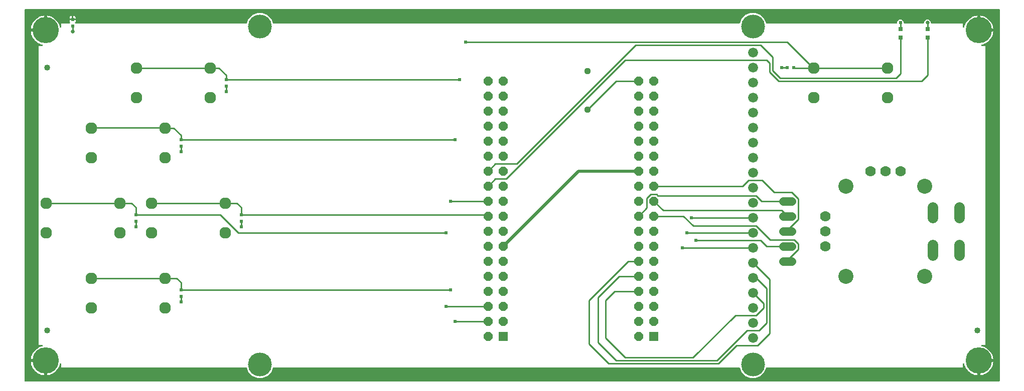
<source format=gbr>
G04 EAGLE Gerber RS-274X export*
G75*
%MOMM*%
%FSLAX34Y34*%
%LPD*%
%INTop Copper*%
%IPPOS*%
%AMOC8*
5,1,8,0,0,1.08239X$1,22.5*%
G01*
%ADD10R,0.508000X0.609600*%
%ADD11R,0.800000X0.800000*%
%ADD12C,1.016000*%
%ADD13C,4.445000*%
%ADD14R,0.609600X0.508000*%
%ADD15C,1.960000*%
%ADD16C,1.120000*%
%ADD17R,1.524000X1.524000*%
%ADD18P,1.649562X8X112.500000*%
%ADD19C,1.676400*%
%ADD20C,4.016000*%
%ADD21C,1.422400*%
%ADD22C,1.778000*%
%ADD23C,1.778000*%
%ADD24C,2.540000*%
%ADD25C,0.508000*%
%ADD26C,0.254000*%
%ADD27C,0.609600*%
%ADD28C,0.654800*%

G36*
X1648444Y631308D02*
X1648444Y631308D01*
X1648437Y631427D01*
X1648424Y631465D01*
X1648419Y631506D01*
X1648376Y631616D01*
X1648339Y631729D01*
X1648317Y631764D01*
X1648302Y631801D01*
X1648233Y631897D01*
X1648169Y631998D01*
X1648139Y632026D01*
X1648116Y632059D01*
X1648024Y632135D01*
X1647937Y632216D01*
X1647902Y632236D01*
X1647871Y632261D01*
X1647763Y632312D01*
X1647659Y632370D01*
X1647619Y632380D01*
X1647583Y632397D01*
X1647466Y632419D01*
X1647351Y632449D01*
X1647291Y632453D01*
X1647271Y632457D01*
X1647250Y632455D01*
X1647190Y632459D01*
X3810Y632459D01*
X3692Y632444D01*
X3573Y632437D01*
X3535Y632424D01*
X3494Y632419D01*
X3384Y632376D01*
X3271Y632339D01*
X3236Y632317D01*
X3199Y632302D01*
X3103Y632233D01*
X3002Y632169D01*
X2974Y632139D01*
X2941Y632116D01*
X2865Y632024D01*
X2784Y631937D01*
X2764Y631902D01*
X2739Y631871D01*
X2688Y631763D01*
X2630Y631659D01*
X2620Y631619D01*
X2603Y631583D01*
X2581Y631466D01*
X2551Y631351D01*
X2547Y631291D01*
X2543Y631271D01*
X2545Y631250D01*
X2541Y631190D01*
X2541Y3810D01*
X2556Y3692D01*
X2563Y3573D01*
X2576Y3535D01*
X2581Y3494D01*
X2624Y3384D01*
X2661Y3271D01*
X2683Y3236D01*
X2698Y3199D01*
X2767Y3103D01*
X2831Y3002D01*
X2861Y2974D01*
X2884Y2941D01*
X2976Y2865D01*
X3063Y2784D01*
X3098Y2764D01*
X3129Y2739D01*
X3237Y2688D01*
X3341Y2630D01*
X3381Y2620D01*
X3417Y2603D01*
X3534Y2581D01*
X3649Y2551D01*
X3709Y2547D01*
X3729Y2543D01*
X3750Y2545D01*
X3810Y2541D01*
X1647190Y2541D01*
X1647308Y2556D01*
X1647427Y2563D01*
X1647465Y2576D01*
X1647506Y2581D01*
X1647616Y2624D01*
X1647729Y2661D01*
X1647764Y2683D01*
X1647801Y2698D01*
X1647897Y2767D01*
X1647998Y2831D01*
X1648026Y2861D01*
X1648059Y2884D01*
X1648135Y2976D01*
X1648216Y3063D01*
X1648236Y3098D01*
X1648261Y3129D01*
X1648312Y3237D01*
X1648370Y3341D01*
X1648380Y3381D01*
X1648397Y3417D01*
X1648419Y3534D01*
X1648449Y3649D01*
X1648453Y3709D01*
X1648457Y3729D01*
X1648455Y3750D01*
X1648459Y3810D01*
X1648459Y631190D01*
X1648444Y631308D01*
G37*
%LPC*%
G36*
X32385Y570231D02*
X32385Y570231D01*
X32402Y570233D01*
X32419Y570231D01*
X32559Y570253D01*
X32700Y570271D01*
X32716Y570277D01*
X32733Y570280D01*
X32864Y570335D01*
X32996Y570388D01*
X33010Y570398D01*
X33025Y570404D01*
X33138Y570491D01*
X33253Y570574D01*
X33264Y570588D01*
X33278Y570598D01*
X33365Y570710D01*
X33456Y570819D01*
X33463Y570835D01*
X33474Y570848D01*
X33531Y570979D01*
X33591Y571107D01*
X33595Y571124D01*
X33602Y571140D01*
X33625Y571280D01*
X33651Y571420D01*
X33650Y571437D01*
X33653Y571454D01*
X33640Y571595D01*
X33631Y571737D01*
X33626Y571753D01*
X33625Y571770D01*
X33577Y571904D01*
X33533Y572039D01*
X33524Y572054D01*
X33519Y572070D01*
X33439Y572188D01*
X33363Y572308D01*
X33351Y572320D01*
X33341Y572334D01*
X33235Y572429D01*
X33132Y572526D01*
X33117Y572534D01*
X33104Y572546D01*
X32978Y572611D01*
X32853Y572680D01*
X32837Y572684D01*
X32821Y572692D01*
X32667Y572737D01*
X31233Y573065D01*
X28608Y573983D01*
X26101Y575190D01*
X23746Y576670D01*
X21571Y578405D01*
X19605Y580371D01*
X17870Y582546D01*
X16390Y584901D01*
X15183Y587408D01*
X14265Y590033D01*
X13646Y592745D01*
X13464Y594361D01*
X36830Y594361D01*
X36948Y594376D01*
X37067Y594383D01*
X37105Y594396D01*
X37145Y594401D01*
X37256Y594444D01*
X37369Y594481D01*
X37403Y594503D01*
X37441Y594518D01*
X37537Y594588D01*
X37638Y594651D01*
X37666Y594681D01*
X37698Y594704D01*
X37774Y594796D01*
X37856Y594883D01*
X37875Y594918D01*
X37901Y594949D01*
X37952Y595057D01*
X38009Y595161D01*
X38020Y595201D01*
X38037Y595237D01*
X38059Y595354D01*
X38089Y595469D01*
X38093Y595530D01*
X38097Y595550D01*
X38095Y595570D01*
X38099Y595630D01*
X38099Y596901D01*
X39370Y596901D01*
X39488Y596916D01*
X39607Y596923D01*
X39645Y596936D01*
X39685Y596941D01*
X39796Y596985D01*
X39909Y597021D01*
X39944Y597043D01*
X39981Y597058D01*
X40077Y597128D01*
X40178Y597191D01*
X40206Y597221D01*
X40239Y597245D01*
X40314Y597336D01*
X40396Y597423D01*
X40416Y597458D01*
X40441Y597490D01*
X40492Y597597D01*
X40550Y597702D01*
X40560Y597741D01*
X40577Y597777D01*
X40599Y597894D01*
X40629Y598009D01*
X40633Y598070D01*
X40637Y598090D01*
X40635Y598110D01*
X40639Y598170D01*
X40639Y621536D01*
X42255Y621354D01*
X44967Y620735D01*
X47592Y619817D01*
X50099Y618610D01*
X52454Y617130D01*
X54629Y615395D01*
X56595Y613429D01*
X58330Y611254D01*
X59810Y608899D01*
X61017Y606392D01*
X61935Y603767D01*
X62263Y602333D01*
X62268Y602317D01*
X62271Y602300D01*
X62323Y602168D01*
X62372Y602034D01*
X62381Y602020D01*
X62388Y602004D01*
X62471Y601889D01*
X62552Y601772D01*
X62564Y601761D01*
X62574Y601747D01*
X62684Y601656D01*
X62791Y601563D01*
X62806Y601555D01*
X62819Y601544D01*
X62948Y601484D01*
X63075Y601420D01*
X63092Y601416D01*
X63107Y601409D01*
X63246Y601382D01*
X63386Y601351D01*
X63403Y601352D01*
X63420Y601349D01*
X63561Y601358D01*
X63703Y601363D01*
X63720Y601367D01*
X63737Y601369D01*
X63872Y601412D01*
X64008Y601452D01*
X64023Y601461D01*
X64039Y601467D01*
X64159Y601542D01*
X64282Y601615D01*
X64294Y601628D01*
X64308Y601637D01*
X64406Y601740D01*
X64506Y601841D01*
X64514Y601856D01*
X64526Y601868D01*
X64594Y601992D01*
X64667Y602115D01*
X64671Y602132D01*
X64680Y602147D01*
X64715Y602284D01*
X64754Y602421D01*
X64755Y602438D01*
X64759Y602455D01*
X64769Y602615D01*
X64769Y608331D01*
X78432Y608331D01*
X78570Y608348D01*
X78708Y608361D01*
X78727Y608368D01*
X78747Y608371D01*
X78877Y608422D01*
X79008Y608469D01*
X79024Y608480D01*
X79043Y608488D01*
X79156Y608569D01*
X79271Y608647D01*
X79284Y608663D01*
X79300Y608674D01*
X79389Y608782D01*
X79481Y608886D01*
X79490Y608904D01*
X79503Y608919D01*
X79562Y609045D01*
X79626Y609169D01*
X79630Y609189D01*
X79639Y609207D01*
X79665Y609344D01*
X79695Y609479D01*
X79695Y609500D01*
X79699Y609520D01*
X79690Y609658D01*
X79686Y609797D01*
X79680Y609817D01*
X79679Y609837D01*
X79636Y609969D01*
X79597Y610103D01*
X79587Y610120D01*
X79581Y610139D01*
X79507Y610257D01*
X79436Y610377D01*
X79417Y610398D01*
X79411Y610408D01*
X79396Y610422D01*
X79329Y610498D01*
X79247Y610580D01*
X78912Y611159D01*
X78739Y611806D01*
X78739Y613919D01*
X83820Y613919D01*
X88901Y613919D01*
X88901Y611806D01*
X88728Y611159D01*
X88393Y610580D01*
X88311Y610498D01*
X88225Y610388D01*
X88137Y610281D01*
X88128Y610262D01*
X88116Y610246D01*
X88060Y610118D01*
X88001Y609993D01*
X87997Y609973D01*
X87989Y609954D01*
X87968Y609817D01*
X87941Y609681D01*
X87943Y609660D01*
X87940Y609640D01*
X87953Y609502D01*
X87961Y609363D01*
X87967Y609344D01*
X87969Y609324D01*
X88016Y609193D01*
X88059Y609061D01*
X88070Y609043D01*
X88077Y609024D01*
X88155Y608910D01*
X88229Y608792D01*
X88244Y608778D01*
X88255Y608761D01*
X88360Y608669D01*
X88461Y608574D01*
X88479Y608564D01*
X88494Y608551D01*
X88618Y608488D01*
X88739Y608420D01*
X88759Y608415D01*
X88777Y608406D01*
X88913Y608376D01*
X89047Y608341D01*
X89075Y608339D01*
X89087Y608337D01*
X89108Y608337D01*
X89208Y608331D01*
X376822Y608331D01*
X376851Y608334D01*
X376881Y608332D01*
X377009Y608354D01*
X377137Y608371D01*
X377165Y608381D01*
X377194Y608387D01*
X377313Y608440D01*
X377433Y608488D01*
X377457Y608505D01*
X377484Y608517D01*
X377585Y608598D01*
X377690Y608674D01*
X377709Y608697D01*
X377732Y608716D01*
X377810Y608819D01*
X377893Y608919D01*
X377906Y608946D01*
X377924Y608970D01*
X377995Y609114D01*
X380873Y616064D01*
X387236Y622427D01*
X395550Y625871D01*
X404550Y625871D01*
X412864Y622427D01*
X419227Y616064D01*
X422105Y609114D01*
X422120Y609089D01*
X422129Y609061D01*
X422199Y608951D01*
X422263Y608838D01*
X422284Y608817D01*
X422299Y608792D01*
X422394Y608703D01*
X422484Y608610D01*
X422509Y608594D01*
X422531Y608574D01*
X422645Y608511D01*
X422755Y608443D01*
X422784Y608435D01*
X422809Y608420D01*
X422935Y608388D01*
X423059Y608350D01*
X423089Y608348D01*
X423117Y608341D01*
X423278Y608331D01*
X1208672Y608331D01*
X1208701Y608334D01*
X1208731Y608332D01*
X1208859Y608354D01*
X1208987Y608371D01*
X1209015Y608381D01*
X1209044Y608387D01*
X1209163Y608440D01*
X1209283Y608488D01*
X1209307Y608505D01*
X1209334Y608517D01*
X1209435Y608598D01*
X1209540Y608674D01*
X1209559Y608697D01*
X1209582Y608716D01*
X1209660Y608819D01*
X1209743Y608919D01*
X1209756Y608946D01*
X1209774Y608970D01*
X1209845Y609114D01*
X1212723Y616064D01*
X1219086Y622427D01*
X1227400Y625871D01*
X1236400Y625871D01*
X1244714Y622427D01*
X1251077Y616064D01*
X1253955Y609114D01*
X1253970Y609089D01*
X1253979Y609061D01*
X1254049Y608951D01*
X1254113Y608838D01*
X1254134Y608817D01*
X1254149Y608792D01*
X1254244Y608703D01*
X1254334Y608610D01*
X1254359Y608594D01*
X1254381Y608574D01*
X1254495Y608511D01*
X1254605Y608443D01*
X1254634Y608435D01*
X1254659Y608420D01*
X1254785Y608388D01*
X1254909Y608350D01*
X1254939Y608348D01*
X1254967Y608341D01*
X1255128Y608331D01*
X1473962Y608331D01*
X1474080Y608346D01*
X1474199Y608353D01*
X1474237Y608366D01*
X1474278Y608371D01*
X1474388Y608414D01*
X1474501Y608451D01*
X1474536Y608473D01*
X1474573Y608488D01*
X1474669Y608558D01*
X1474770Y608621D01*
X1474798Y608651D01*
X1474831Y608674D01*
X1474907Y608766D01*
X1474988Y608853D01*
X1475008Y608888D01*
X1475033Y608919D01*
X1475084Y609027D01*
X1475142Y609131D01*
X1475152Y609171D01*
X1475169Y609207D01*
X1475191Y609324D01*
X1475221Y609439D01*
X1475225Y609500D01*
X1475229Y609520D01*
X1475227Y609540D01*
X1475231Y609600D01*
X1475231Y610712D01*
X1476082Y612766D01*
X1477654Y614338D01*
X1479708Y615189D01*
X1481932Y615189D01*
X1483986Y614338D01*
X1485558Y612766D01*
X1486409Y610712D01*
X1486409Y609600D01*
X1486424Y609482D01*
X1486431Y609363D01*
X1486444Y609325D01*
X1486449Y609284D01*
X1486492Y609174D01*
X1486529Y609061D01*
X1486551Y609026D01*
X1486566Y608989D01*
X1486635Y608893D01*
X1486699Y608792D01*
X1486729Y608764D01*
X1486752Y608731D01*
X1486844Y608656D01*
X1486931Y608574D01*
X1486966Y608554D01*
X1486997Y608529D01*
X1487105Y608478D01*
X1487209Y608420D01*
X1487249Y608410D01*
X1487285Y608393D01*
X1487402Y608371D01*
X1487517Y608341D01*
X1487577Y608337D01*
X1487597Y608333D01*
X1487618Y608335D01*
X1487678Y608331D01*
X1519456Y608331D01*
X1519574Y608346D01*
X1519693Y608353D01*
X1519731Y608366D01*
X1519772Y608371D01*
X1519882Y608414D01*
X1519995Y608451D01*
X1520030Y608473D01*
X1520067Y608488D01*
X1520163Y608558D01*
X1520264Y608621D01*
X1520292Y608651D01*
X1520325Y608674D01*
X1520401Y608766D01*
X1520482Y608853D01*
X1520502Y608888D01*
X1520527Y608919D01*
X1520578Y609027D01*
X1520636Y609131D01*
X1520646Y609171D01*
X1520663Y609207D01*
X1520685Y609324D01*
X1520715Y609439D01*
X1520719Y609500D01*
X1520723Y609520D01*
X1520721Y609540D01*
X1520725Y609600D01*
X1520725Y610757D01*
X1521610Y612894D01*
X1523246Y614530D01*
X1525383Y615415D01*
X1527697Y615415D01*
X1529834Y614530D01*
X1531470Y612894D01*
X1532355Y610757D01*
X1532355Y609600D01*
X1532370Y609482D01*
X1532377Y609363D01*
X1532390Y609325D01*
X1532395Y609284D01*
X1532438Y609174D01*
X1532475Y609061D01*
X1532497Y609026D01*
X1532512Y608989D01*
X1532581Y608893D01*
X1532645Y608792D01*
X1532675Y608764D01*
X1532698Y608731D01*
X1532790Y608656D01*
X1532877Y608574D01*
X1532912Y608554D01*
X1532943Y608529D01*
X1533051Y608478D01*
X1533155Y608420D01*
X1533195Y608410D01*
X1533231Y608393D01*
X1533348Y608371D01*
X1533463Y608341D01*
X1533523Y608337D01*
X1533543Y608333D01*
X1533564Y608335D01*
X1533624Y608331D01*
X1586231Y608331D01*
X1586231Y602615D01*
X1586233Y602598D01*
X1586231Y602581D01*
X1586253Y602441D01*
X1586271Y602300D01*
X1586277Y602284D01*
X1586280Y602267D01*
X1586335Y602136D01*
X1586388Y602004D01*
X1586398Y601990D01*
X1586404Y601975D01*
X1586491Y601862D01*
X1586574Y601747D01*
X1586588Y601736D01*
X1586598Y601722D01*
X1586710Y601635D01*
X1586819Y601544D01*
X1586835Y601537D01*
X1586848Y601526D01*
X1586979Y601469D01*
X1587107Y601409D01*
X1587124Y601405D01*
X1587140Y601398D01*
X1587280Y601375D01*
X1587420Y601349D01*
X1587437Y601350D01*
X1587454Y601347D01*
X1587595Y601360D01*
X1587737Y601369D01*
X1587753Y601374D01*
X1587770Y601375D01*
X1587904Y601423D01*
X1588039Y601467D01*
X1588054Y601476D01*
X1588070Y601481D01*
X1588188Y601561D01*
X1588308Y601637D01*
X1588320Y601649D01*
X1588334Y601659D01*
X1588429Y601765D01*
X1588526Y601868D01*
X1588534Y601883D01*
X1588546Y601896D01*
X1588611Y602022D01*
X1588680Y602147D01*
X1588684Y602163D01*
X1588692Y602179D01*
X1588737Y602333D01*
X1589065Y603767D01*
X1589983Y606392D01*
X1591190Y608899D01*
X1592670Y611254D01*
X1594405Y613429D01*
X1596371Y615395D01*
X1598546Y617130D01*
X1600901Y618610D01*
X1603408Y619817D01*
X1606033Y620735D01*
X1608745Y621354D01*
X1610361Y621536D01*
X1610361Y598170D01*
X1610376Y598052D01*
X1610383Y597933D01*
X1610396Y597895D01*
X1610401Y597855D01*
X1610444Y597744D01*
X1610481Y597631D01*
X1610503Y597597D01*
X1610518Y597559D01*
X1610588Y597463D01*
X1610651Y597362D01*
X1610681Y597334D01*
X1610704Y597302D01*
X1610796Y597226D01*
X1610883Y597144D01*
X1610918Y597125D01*
X1610949Y597099D01*
X1611057Y597048D01*
X1611161Y596991D01*
X1611201Y596980D01*
X1611237Y596963D01*
X1611354Y596941D01*
X1611469Y596911D01*
X1611530Y596907D01*
X1611550Y596903D01*
X1611570Y596905D01*
X1611630Y596901D01*
X1612901Y596901D01*
X1612901Y595630D01*
X1612916Y595512D01*
X1612923Y595393D01*
X1612936Y595355D01*
X1612941Y595314D01*
X1612985Y595204D01*
X1613021Y595091D01*
X1613043Y595056D01*
X1613058Y595019D01*
X1613128Y594923D01*
X1613191Y594822D01*
X1613221Y594794D01*
X1613245Y594761D01*
X1613336Y594686D01*
X1613423Y594604D01*
X1613458Y594584D01*
X1613490Y594559D01*
X1613597Y594508D01*
X1613702Y594450D01*
X1613741Y594440D01*
X1613777Y594423D01*
X1613894Y594401D01*
X1614009Y594371D01*
X1614070Y594367D01*
X1614090Y594363D01*
X1614110Y594365D01*
X1614170Y594361D01*
X1637536Y594361D01*
X1637354Y592745D01*
X1636735Y590033D01*
X1635817Y587408D01*
X1634610Y584901D01*
X1633130Y582546D01*
X1631395Y580371D01*
X1629429Y578405D01*
X1627254Y576670D01*
X1624899Y575190D01*
X1622392Y573983D01*
X1619767Y573065D01*
X1618333Y572737D01*
X1618317Y572732D01*
X1618300Y572729D01*
X1618168Y572677D01*
X1618034Y572628D01*
X1618020Y572619D01*
X1618004Y572612D01*
X1617889Y572529D01*
X1617772Y572449D01*
X1617761Y572436D01*
X1617747Y572426D01*
X1617656Y572316D01*
X1617563Y572209D01*
X1617555Y572194D01*
X1617544Y572181D01*
X1617483Y572052D01*
X1617420Y571925D01*
X1617416Y571908D01*
X1617409Y571893D01*
X1617382Y571753D01*
X1617351Y571614D01*
X1617352Y571597D01*
X1617349Y571581D01*
X1617358Y571439D01*
X1617363Y571297D01*
X1617367Y571280D01*
X1617369Y571263D01*
X1617412Y571128D01*
X1617452Y570992D01*
X1617461Y570977D01*
X1617467Y570961D01*
X1617543Y570841D01*
X1617615Y570718D01*
X1617628Y570706D01*
X1617637Y570692D01*
X1617740Y570594D01*
X1617841Y570494D01*
X1617856Y570486D01*
X1617868Y570474D01*
X1617993Y570405D01*
X1618115Y570333D01*
X1618132Y570329D01*
X1618147Y570320D01*
X1618284Y570285D01*
X1618421Y570246D01*
X1618438Y570245D01*
X1618455Y570241D01*
X1618615Y570231D01*
X1624331Y570231D01*
X1624331Y64769D01*
X1618615Y64769D01*
X1618598Y64767D01*
X1618581Y64769D01*
X1618441Y64747D01*
X1618300Y64729D01*
X1618284Y64723D01*
X1618267Y64721D01*
X1618136Y64665D01*
X1618004Y64612D01*
X1617990Y64602D01*
X1617975Y64596D01*
X1617862Y64509D01*
X1617747Y64426D01*
X1617736Y64412D01*
X1617722Y64402D01*
X1617635Y64290D01*
X1617544Y64181D01*
X1617537Y64165D01*
X1617526Y64152D01*
X1617469Y64021D01*
X1617409Y63893D01*
X1617405Y63876D01*
X1617398Y63860D01*
X1617375Y63719D01*
X1617349Y63581D01*
X1617350Y63563D01*
X1617347Y63547D01*
X1617360Y63404D01*
X1617369Y63263D01*
X1617374Y63247D01*
X1617375Y63230D01*
X1617423Y63095D01*
X1617467Y62961D01*
X1617476Y62946D01*
X1617481Y62930D01*
X1617561Y62812D01*
X1617637Y62692D01*
X1617649Y62680D01*
X1617659Y62666D01*
X1617764Y62572D01*
X1617868Y62474D01*
X1617883Y62466D01*
X1617896Y62454D01*
X1618022Y62389D01*
X1618147Y62320D01*
X1618163Y62316D01*
X1618179Y62308D01*
X1618333Y62263D01*
X1619767Y61935D01*
X1622392Y61017D01*
X1624899Y59810D01*
X1627254Y58330D01*
X1629429Y56595D01*
X1631395Y54629D01*
X1633130Y52454D01*
X1634610Y50099D01*
X1635817Y47592D01*
X1636735Y44967D01*
X1637354Y42255D01*
X1637536Y40639D01*
X1614170Y40639D01*
X1614052Y40624D01*
X1613933Y40617D01*
X1613895Y40604D01*
X1613855Y40599D01*
X1613744Y40556D01*
X1613631Y40519D01*
X1613597Y40497D01*
X1613559Y40482D01*
X1613463Y40412D01*
X1613362Y40349D01*
X1613334Y40319D01*
X1613302Y40295D01*
X1613226Y40204D01*
X1613144Y40117D01*
X1613125Y40082D01*
X1613099Y40051D01*
X1613048Y39943D01*
X1612991Y39839D01*
X1612980Y39799D01*
X1612963Y39763D01*
X1612941Y39646D01*
X1612911Y39531D01*
X1612907Y39470D01*
X1612903Y39450D01*
X1612904Y39435D01*
X1612903Y39429D01*
X1612904Y39420D01*
X1612901Y39370D01*
X1612901Y38099D01*
X1611630Y38099D01*
X1611512Y38084D01*
X1611393Y38077D01*
X1611355Y38064D01*
X1611314Y38059D01*
X1611204Y38015D01*
X1611091Y37979D01*
X1611056Y37957D01*
X1611019Y37942D01*
X1610923Y37872D01*
X1610822Y37809D01*
X1610794Y37779D01*
X1610761Y37755D01*
X1610686Y37664D01*
X1610604Y37577D01*
X1610584Y37542D01*
X1610559Y37510D01*
X1610508Y37403D01*
X1610450Y37298D01*
X1610440Y37259D01*
X1610423Y37223D01*
X1610401Y37106D01*
X1610371Y36991D01*
X1610367Y36930D01*
X1610363Y36910D01*
X1610364Y36896D01*
X1610363Y36891D01*
X1610364Y36880D01*
X1610361Y36830D01*
X1610361Y13464D01*
X1608745Y13646D01*
X1606033Y14265D01*
X1603408Y15183D01*
X1600901Y16390D01*
X1598546Y17870D01*
X1596371Y19605D01*
X1594405Y21571D01*
X1592670Y23746D01*
X1591190Y26101D01*
X1589983Y28608D01*
X1589065Y31233D01*
X1588737Y32667D01*
X1588732Y32683D01*
X1588729Y32700D01*
X1588677Y32832D01*
X1588628Y32966D01*
X1588619Y32980D01*
X1588612Y32996D01*
X1588529Y33111D01*
X1588449Y33228D01*
X1588436Y33239D01*
X1588426Y33253D01*
X1588316Y33344D01*
X1588209Y33437D01*
X1588194Y33445D01*
X1588181Y33456D01*
X1588052Y33517D01*
X1587925Y33580D01*
X1587908Y33584D01*
X1587893Y33591D01*
X1587753Y33618D01*
X1587614Y33649D01*
X1587597Y33648D01*
X1587581Y33651D01*
X1587439Y33642D01*
X1587297Y33637D01*
X1587280Y33633D01*
X1587263Y33631D01*
X1587128Y33588D01*
X1586992Y33548D01*
X1586977Y33539D01*
X1586961Y33533D01*
X1586841Y33457D01*
X1586718Y33385D01*
X1586706Y33372D01*
X1586692Y33363D01*
X1586594Y33260D01*
X1586494Y33159D01*
X1586486Y33144D01*
X1586474Y33132D01*
X1586405Y33007D01*
X1586333Y32885D01*
X1586329Y32868D01*
X1586320Y32853D01*
X1586285Y32716D01*
X1586246Y32579D01*
X1586245Y32562D01*
X1586241Y32545D01*
X1586231Y32385D01*
X1586231Y26669D01*
X1255128Y26669D01*
X1255099Y26666D01*
X1255069Y26668D01*
X1254941Y26646D01*
X1254813Y26629D01*
X1254785Y26619D01*
X1254756Y26614D01*
X1254637Y26560D01*
X1254517Y26512D01*
X1254493Y26495D01*
X1254466Y26483D01*
X1254365Y26402D01*
X1254260Y26326D01*
X1254241Y26303D01*
X1254218Y26284D01*
X1254140Y26181D01*
X1254057Y26081D01*
X1254044Y26054D01*
X1254026Y26030D01*
X1253955Y25886D01*
X1251077Y18936D01*
X1244714Y12573D01*
X1236400Y9129D01*
X1227400Y9129D01*
X1219086Y12573D01*
X1212723Y18936D01*
X1209845Y25886D01*
X1209833Y25907D01*
X1209826Y25927D01*
X1209824Y25930D01*
X1209821Y25939D01*
X1209751Y26049D01*
X1209687Y26162D01*
X1209666Y26183D01*
X1209651Y26208D01*
X1209556Y26297D01*
X1209466Y26390D01*
X1209441Y26406D01*
X1209419Y26426D01*
X1209305Y26489D01*
X1209195Y26557D01*
X1209166Y26565D01*
X1209141Y26580D01*
X1209015Y26612D01*
X1208891Y26650D01*
X1208861Y26652D01*
X1208833Y26659D01*
X1208672Y26669D01*
X423278Y26669D01*
X423249Y26666D01*
X423219Y26668D01*
X423091Y26646D01*
X422963Y26629D01*
X422935Y26619D01*
X422906Y26614D01*
X422787Y26560D01*
X422667Y26512D01*
X422643Y26495D01*
X422616Y26483D01*
X422515Y26402D01*
X422410Y26326D01*
X422391Y26303D01*
X422368Y26284D01*
X422290Y26181D01*
X422207Y26081D01*
X422194Y26054D01*
X422176Y26030D01*
X422105Y25886D01*
X419227Y18936D01*
X412864Y12573D01*
X404550Y9129D01*
X395550Y9129D01*
X387236Y12573D01*
X380873Y18936D01*
X377995Y25886D01*
X377983Y25907D01*
X377976Y25927D01*
X377974Y25930D01*
X377971Y25939D01*
X377901Y26049D01*
X377837Y26162D01*
X377816Y26183D01*
X377801Y26208D01*
X377706Y26297D01*
X377616Y26390D01*
X377591Y26406D01*
X377569Y26426D01*
X377455Y26489D01*
X377345Y26557D01*
X377316Y26565D01*
X377291Y26580D01*
X377165Y26612D01*
X377041Y26650D01*
X377011Y26652D01*
X376983Y26659D01*
X376822Y26669D01*
X64769Y26669D01*
X64769Y32385D01*
X64767Y32402D01*
X64769Y32419D01*
X64747Y32559D01*
X64729Y32700D01*
X64723Y32716D01*
X64721Y32733D01*
X64665Y32864D01*
X64612Y32996D01*
X64602Y33010D01*
X64596Y33025D01*
X64509Y33138D01*
X64426Y33253D01*
X64412Y33264D01*
X64402Y33278D01*
X64290Y33365D01*
X64181Y33456D01*
X64165Y33463D01*
X64152Y33474D01*
X64021Y33531D01*
X63893Y33591D01*
X63876Y33595D01*
X63860Y33602D01*
X63719Y33625D01*
X63581Y33651D01*
X63563Y33650D01*
X63547Y33653D01*
X63404Y33640D01*
X63263Y33631D01*
X63247Y33626D01*
X63230Y33625D01*
X63095Y33577D01*
X62961Y33533D01*
X62946Y33524D01*
X62930Y33519D01*
X62812Y33439D01*
X62692Y33363D01*
X62680Y33351D01*
X62666Y33341D01*
X62572Y33235D01*
X62474Y33132D01*
X62466Y33117D01*
X62454Y33104D01*
X62389Y32978D01*
X62320Y32853D01*
X62316Y32837D01*
X62308Y32821D01*
X62263Y32667D01*
X61935Y31233D01*
X61017Y28608D01*
X59810Y26101D01*
X58330Y23746D01*
X56595Y21571D01*
X54629Y19605D01*
X52454Y17870D01*
X50099Y16390D01*
X47592Y15183D01*
X44967Y14265D01*
X42255Y13646D01*
X40639Y13464D01*
X40639Y36830D01*
X40624Y36948D01*
X40617Y37067D01*
X40604Y37105D01*
X40599Y37145D01*
X40556Y37256D01*
X40519Y37369D01*
X40497Y37403D01*
X40482Y37441D01*
X40412Y37537D01*
X40349Y37638D01*
X40319Y37666D01*
X40295Y37698D01*
X40204Y37774D01*
X40117Y37856D01*
X40082Y37875D01*
X40051Y37901D01*
X39943Y37952D01*
X39839Y38009D01*
X39799Y38020D01*
X39763Y38037D01*
X39646Y38059D01*
X39531Y38089D01*
X39470Y38093D01*
X39450Y38097D01*
X39430Y38095D01*
X39370Y38099D01*
X38099Y38099D01*
X38099Y39370D01*
X38084Y39488D01*
X38077Y39607D01*
X38064Y39645D01*
X38059Y39685D01*
X38015Y39796D01*
X37979Y39909D01*
X37957Y39944D01*
X37942Y39981D01*
X37872Y40077D01*
X37809Y40178D01*
X37779Y40206D01*
X37755Y40239D01*
X37664Y40314D01*
X37577Y40396D01*
X37542Y40416D01*
X37510Y40441D01*
X37403Y40492D01*
X37298Y40550D01*
X37259Y40560D01*
X37223Y40577D01*
X37106Y40599D01*
X36991Y40629D01*
X36930Y40633D01*
X36910Y40637D01*
X36890Y40635D01*
X36830Y40639D01*
X13464Y40639D01*
X13646Y42255D01*
X14265Y44967D01*
X15183Y47592D01*
X16390Y50099D01*
X17870Y52454D01*
X19605Y54629D01*
X21571Y56595D01*
X23746Y58330D01*
X26101Y59810D01*
X28608Y61017D01*
X31233Y61935D01*
X32667Y62263D01*
X32683Y62268D01*
X32700Y62271D01*
X32832Y62323D01*
X32966Y62372D01*
X32980Y62381D01*
X32996Y62388D01*
X33111Y62471D01*
X33228Y62552D01*
X33239Y62564D01*
X33253Y62574D01*
X33344Y62684D01*
X33437Y62791D01*
X33445Y62806D01*
X33456Y62819D01*
X33516Y62948D01*
X33580Y63075D01*
X33584Y63092D01*
X33591Y63107D01*
X33618Y63246D01*
X33649Y63386D01*
X33648Y63403D01*
X33651Y63420D01*
X33642Y63561D01*
X33637Y63703D01*
X33633Y63720D01*
X33631Y63737D01*
X33588Y63872D01*
X33547Y64008D01*
X33539Y64023D01*
X33533Y64039D01*
X33457Y64159D01*
X33385Y64282D01*
X33372Y64294D01*
X33363Y64308D01*
X33260Y64406D01*
X33159Y64506D01*
X33144Y64514D01*
X33132Y64526D01*
X33007Y64595D01*
X32885Y64667D01*
X32868Y64671D01*
X32853Y64680D01*
X32716Y64715D01*
X32579Y64754D01*
X32562Y64755D01*
X32545Y64759D01*
X32385Y64769D01*
X26669Y64769D01*
X26669Y570231D01*
X32385Y570231D01*
G37*
%LPD*%
%LPC*%
G36*
X1615439Y599439D02*
X1615439Y599439D01*
X1615439Y621536D01*
X1617055Y621354D01*
X1619767Y620735D01*
X1622392Y619817D01*
X1624899Y618610D01*
X1627254Y617130D01*
X1629429Y615395D01*
X1631395Y613429D01*
X1633130Y611254D01*
X1634610Y608899D01*
X1635817Y606392D01*
X1636735Y603767D01*
X1637354Y601055D01*
X1637536Y599439D01*
X1615439Y599439D01*
G37*
%LPD*%
%LPC*%
G36*
X13464Y599439D02*
X13464Y599439D01*
X13646Y601055D01*
X14265Y603767D01*
X15183Y606392D01*
X16390Y608899D01*
X17870Y611254D01*
X19605Y613429D01*
X21571Y615395D01*
X23746Y617130D01*
X26101Y618610D01*
X28608Y619817D01*
X31233Y620735D01*
X33945Y621354D01*
X35561Y621536D01*
X35561Y599439D01*
X13464Y599439D01*
G37*
%LPD*%
%LPC*%
G36*
X1615439Y35561D02*
X1615439Y35561D01*
X1637536Y35561D01*
X1637354Y33945D01*
X1636735Y31233D01*
X1635817Y28608D01*
X1634610Y26101D01*
X1633130Y23746D01*
X1631395Y21571D01*
X1629429Y19605D01*
X1627254Y17870D01*
X1624899Y16390D01*
X1622392Y15183D01*
X1619767Y14265D01*
X1617055Y13646D01*
X1615439Y13464D01*
X1615439Y35561D01*
G37*
%LPD*%
%LPC*%
G36*
X33945Y13646D02*
X33945Y13646D01*
X31233Y14265D01*
X28608Y15183D01*
X26101Y16390D01*
X23746Y17870D01*
X21571Y19605D01*
X19605Y21571D01*
X17870Y23746D01*
X16390Y26101D01*
X15183Y28608D01*
X14265Y31233D01*
X13646Y33945D01*
X13464Y35561D01*
X35561Y35561D01*
X35561Y13464D01*
X33945Y13646D01*
G37*
%LPD*%
%LPC*%
G36*
X85089Y616457D02*
X85089Y616457D01*
X85089Y620777D01*
X86694Y620777D01*
X87341Y620604D01*
X87920Y620269D01*
X88393Y619796D01*
X88728Y619217D01*
X88901Y618570D01*
X88901Y616457D01*
X85089Y616457D01*
G37*
%LPD*%
%LPC*%
G36*
X78739Y616457D02*
X78739Y616457D01*
X78739Y618570D01*
X78912Y619217D01*
X79247Y619796D01*
X79720Y620269D01*
X80299Y620604D01*
X80946Y620777D01*
X82551Y620777D01*
X82551Y616457D01*
X78739Y616457D01*
G37*
%LPD*%
D10*
X190500Y284988D03*
X190500Y273812D03*
D11*
X1526540Y584320D03*
X1526540Y599320D03*
X1480820Y584320D03*
X1480820Y599320D03*
D12*
X1610360Y88900D03*
X40640Y88900D03*
X40640Y533400D03*
X1610360Y88900D03*
X40640Y88900D03*
X40640Y533400D03*
D13*
X1612900Y596900D03*
X38100Y596900D03*
X1612900Y38100D03*
X38100Y38100D03*
D10*
X83820Y604012D03*
X83820Y615188D03*
X368300Y284988D03*
X368300Y273812D03*
X266700Y411988D03*
X266700Y400812D03*
X342900Y513588D03*
X342900Y502412D03*
D14*
X1300988Y533400D03*
X1289812Y533400D03*
D10*
X266700Y157988D03*
X266700Y146812D03*
D15*
X164100Y304400D03*
X164100Y254400D03*
X39100Y254400D03*
X39100Y304400D03*
X341900Y304400D03*
X341900Y254400D03*
X216900Y254400D03*
X216900Y304400D03*
X240300Y431400D03*
X240300Y381400D03*
X115300Y381400D03*
X115300Y431400D03*
X191500Y533000D03*
X191500Y483000D03*
X316500Y483000D03*
X316500Y533000D03*
X1334500Y533000D03*
X1334500Y483000D03*
X1459500Y483000D03*
X1459500Y533000D03*
X240300Y177400D03*
X240300Y127400D03*
X115300Y127400D03*
X115300Y177400D03*
D16*
X952500Y527800D03*
X952500Y462800D03*
D17*
X1064520Y79420D03*
D18*
X1039120Y79420D03*
X1064520Y104820D03*
X1039120Y104820D03*
X1064520Y130220D03*
X1039120Y130220D03*
X1064520Y155620D03*
X1039120Y155620D03*
X1064520Y181020D03*
X1039120Y181020D03*
X1064520Y206420D03*
X1039120Y206420D03*
X1064520Y231820D03*
X1039120Y231820D03*
X1064520Y257220D03*
X1039120Y257220D03*
X1064520Y282620D03*
X1039120Y282620D03*
X1064520Y308020D03*
X1039120Y308020D03*
X1064520Y333420D03*
X1039120Y333420D03*
X1064520Y358820D03*
X1039120Y358820D03*
X1064520Y384220D03*
X1039120Y384220D03*
X1064520Y409620D03*
X1039120Y409620D03*
X1064520Y435020D03*
X1039120Y435020D03*
X1064520Y460420D03*
X1039120Y460420D03*
X1064520Y485820D03*
X1039120Y485820D03*
X1064520Y511220D03*
X1039120Y511220D03*
D17*
X810520Y79420D03*
D18*
X785120Y79420D03*
X810520Y104820D03*
X785120Y104820D03*
X810520Y130220D03*
X785120Y130220D03*
X810520Y155620D03*
X785120Y155620D03*
X810520Y181020D03*
X785120Y181020D03*
X810520Y206420D03*
X785120Y206420D03*
X810520Y231820D03*
X785120Y231820D03*
X810520Y257220D03*
X785120Y257220D03*
X810520Y282620D03*
X785120Y282620D03*
X810520Y308020D03*
X785120Y308020D03*
X810520Y333420D03*
X785120Y333420D03*
X810520Y358820D03*
X785120Y358820D03*
X810520Y384220D03*
X785120Y384220D03*
X810520Y409620D03*
X785120Y409620D03*
X810520Y435020D03*
X785120Y435020D03*
X810520Y460420D03*
X785120Y460420D03*
X810520Y485820D03*
X785120Y485820D03*
X810520Y511220D03*
X785120Y511220D03*
D19*
X1231900Y76200D03*
X1231900Y101600D03*
X1231900Y127000D03*
X1231900Y152400D03*
X1231900Y177800D03*
X1231900Y203200D03*
X1231900Y228600D03*
X1231900Y254000D03*
X1231900Y279400D03*
X1231900Y304800D03*
X1231900Y330200D03*
X1231900Y355600D03*
X1231900Y381000D03*
X1231900Y406400D03*
X1231900Y431800D03*
X1231900Y457200D03*
X1231900Y482600D03*
X1231900Y508000D03*
X1231900Y533400D03*
X1231900Y558800D03*
D20*
X1231900Y31750D03*
X1231900Y603250D03*
X400050Y31750D03*
X400050Y603250D03*
D21*
X1283208Y205740D02*
X1297432Y205740D01*
X1297432Y231140D02*
X1283208Y231140D01*
X1283208Y256540D02*
X1297432Y256540D01*
X1297432Y281940D02*
X1283208Y281940D01*
X1283208Y307340D02*
X1297432Y307340D01*
D22*
X1580430Y297180D02*
X1580430Y279400D01*
X1580430Y233680D02*
X1580430Y215900D01*
X1535430Y279400D02*
X1535430Y297180D01*
X1535430Y233680D02*
X1535430Y215900D01*
D23*
X1353820Y281940D03*
X1353820Y256540D03*
X1353820Y231140D03*
D24*
X1522095Y332740D03*
X1388745Y332740D03*
X1388745Y180340D03*
X1522095Y180340D03*
D23*
X1480820Y358140D03*
X1455420Y358140D03*
X1430020Y358140D03*
D25*
X937520Y358820D02*
X810520Y231820D01*
X937520Y358820D02*
X1039120Y358820D01*
D26*
X1480820Y599320D02*
X1480820Y609600D01*
D27*
X1480820Y609600D03*
D26*
X1526540Y609600D02*
X1526540Y599320D01*
D28*
X1526540Y609600D03*
D26*
X83820Y604012D02*
X83820Y594360D01*
D28*
X83820Y594360D03*
D26*
X342900Y502412D02*
X342900Y492760D01*
D27*
X342900Y492760D03*
D26*
X266700Y400812D02*
X266700Y391160D01*
D27*
X266700Y391160D03*
D26*
X190500Y273812D02*
X190500Y264160D01*
D27*
X190500Y264160D03*
D26*
X368300Y264160D02*
X368300Y273812D01*
D27*
X368300Y264160D03*
D26*
X266700Y146812D02*
X266700Y137160D01*
D27*
X266700Y137160D03*
D26*
X1280160Y533400D02*
X1289812Y533400D01*
D27*
X1280160Y533400D03*
D26*
X164100Y304400D02*
X39100Y304400D01*
X164100Y304400D02*
X183280Y304400D01*
X190500Y297180D01*
X190500Y284988D01*
X191008Y284480D01*
D27*
X713740Y254000D03*
D26*
X332740Y284480D02*
X191008Y284480D01*
X332740Y284480D02*
X363220Y254000D01*
X713740Y254000D01*
D27*
X713740Y129540D03*
D26*
X784440Y129540D01*
X785120Y130220D01*
X341900Y304400D02*
X216900Y304400D01*
X341900Y304400D02*
X361080Y304400D01*
X368300Y297180D01*
X368300Y284988D01*
X368808Y284480D01*
X783260Y284480D02*
X785120Y282620D01*
X783260Y284480D02*
X368808Y284480D01*
X115700Y431800D02*
X115300Y431400D01*
X239900Y431800D02*
X240300Y431400D01*
X239900Y431800D02*
X115700Y431800D01*
X240300Y431400D02*
X254400Y431400D01*
X266700Y419100D01*
X266700Y411988D01*
X267208Y411480D01*
D27*
X728980Y411480D03*
D26*
X267208Y411480D01*
D27*
X728980Y104140D03*
D26*
X784440Y104140D01*
X785120Y104820D01*
X316500Y533000D02*
X191500Y533000D01*
X316500Y533000D02*
X330600Y533000D01*
X342900Y520700D01*
X342900Y513588D01*
X343408Y513080D01*
D27*
X736600Y513080D03*
D26*
X343408Y513080D01*
D27*
X746760Y576580D03*
D26*
X1334500Y533000D02*
X1459500Y533000D01*
X1334500Y533000D02*
X1333500Y533000D01*
X1289920Y576580D01*
X746760Y576580D01*
X1300988Y533400D02*
X1301388Y533000D01*
X1333500Y533000D01*
X240300Y177400D02*
X115300Y177400D01*
X240300Y177400D02*
X259480Y177400D01*
X266700Y170180D01*
X266700Y157988D01*
X267208Y157480D01*
D27*
X721360Y157480D03*
D26*
X267208Y157480D01*
D27*
X721360Y307340D03*
D26*
X784440Y307340D01*
X785120Y308020D01*
X785120Y333420D02*
X797140Y345440D01*
X815340Y345440D01*
X1016000Y546100D01*
X1254760Y546100D02*
X1259840Y541020D01*
X1259840Y525780D01*
X1275080Y510540D01*
X1516380Y510540D02*
X1526540Y520700D01*
X1526540Y584320D01*
X1254760Y546100D02*
X1016000Y546100D01*
X1275080Y510540D02*
X1516380Y510540D01*
X797140Y370840D02*
X785120Y358820D01*
X797140Y370840D02*
X833120Y370840D01*
X1033780Y571500D01*
X1244600Y571500D02*
X1264920Y551180D01*
X1264920Y528320D01*
X1277620Y515620D01*
X1473200Y515620D02*
X1480820Y523240D01*
X1480820Y584320D01*
X1244600Y571500D02*
X1033780Y571500D01*
X1277620Y515620D02*
X1473200Y515620D01*
X1000920Y511220D02*
X952500Y462800D01*
X1000920Y511220D02*
X1039120Y511220D01*
X982980Y76200D02*
X1016000Y43180D01*
X1130838Y43180D01*
X1202466Y114808D01*
X1236950Y114808D01*
X1249680Y127538D01*
X1249680Y134620D02*
X1231900Y152400D01*
X1249680Y134620D02*
X1249680Y127538D01*
X1039120Y155620D02*
X998900Y155620D01*
X982980Y139700D01*
X982980Y76200D01*
X1021760Y206420D02*
X1039120Y206420D01*
X955040Y139700D02*
X955040Y66040D01*
X988060Y33020D01*
X1204464Y63500D02*
X1239520Y63500D01*
X1259840Y83820D01*
X1204464Y63500D02*
X1173984Y33020D01*
X1259840Y175260D02*
X1231900Y203200D01*
X1259840Y175260D02*
X1259840Y83820D01*
X1021760Y206420D02*
X955040Y139700D01*
X988060Y33020D02*
X1173984Y33020D01*
X1039120Y181020D02*
X1006100Y181020D01*
X970280Y145200D01*
X970280Y68580D01*
X1000760Y38100D01*
X1170940Y38100D01*
X1242568Y89408D02*
X1254760Y101600D01*
X1254760Y160020D01*
X1222248Y89408D02*
X1170940Y38100D01*
X1222248Y89408D02*
X1242568Y89408D01*
X1254760Y160020D02*
X1236980Y177800D01*
X1231900Y177800D01*
X1231900Y228600D02*
X1112520Y228600D01*
D27*
X1112520Y228600D03*
D26*
X1127760Y279400D02*
X1231900Y279400D01*
D27*
X1127760Y279400D03*
D26*
X1120140Y254000D02*
X1231900Y254000D01*
D27*
X1120140Y254000D03*
D26*
X1080440Y292100D02*
X1064520Y308020D01*
X1280160Y292100D02*
X1290320Y281940D01*
X1280160Y292100D02*
X1080440Y292100D01*
X1064520Y333420D02*
X1214800Y333420D01*
X1224280Y342900D01*
X1247140Y342900D01*
X1267460Y322580D01*
X1290320Y259382D02*
X1290320Y256540D01*
X1290320Y259382D02*
X1308354Y277416D01*
X1297638Y322580D02*
X1267460Y322580D01*
X1297638Y322580D02*
X1308354Y311864D01*
X1308354Y277416D01*
D27*
X1135380Y241300D03*
D26*
X1244600Y241300D01*
X1254760Y231140D01*
X1290320Y231140D01*
X1059786Y319450D02*
X1053090Y312755D01*
X1059786Y319450D02*
X1069255Y319450D01*
X1053090Y296590D02*
X1039120Y282620D01*
X1246602Y307340D02*
X1290320Y307340D01*
X1053090Y312755D02*
X1053090Y296590D01*
X1236950Y316992D02*
X1246602Y307340D01*
X1071713Y316992D02*
X1069255Y319450D01*
X1071713Y316992D02*
X1236950Y316992D01*
X1301956Y242062D02*
X1308354Y235664D01*
X1308354Y226616D01*
X1114841Y282620D02*
X1064520Y282620D01*
X1236950Y266192D02*
X1261080Y242062D01*
X1301956Y242062D01*
X1131269Y266192D02*
X1114841Y282620D01*
X1131269Y266192D02*
X1236950Y266192D01*
X1290320Y208582D02*
X1290320Y205740D01*
X1290320Y208582D02*
X1308354Y226616D01*
M02*

</source>
